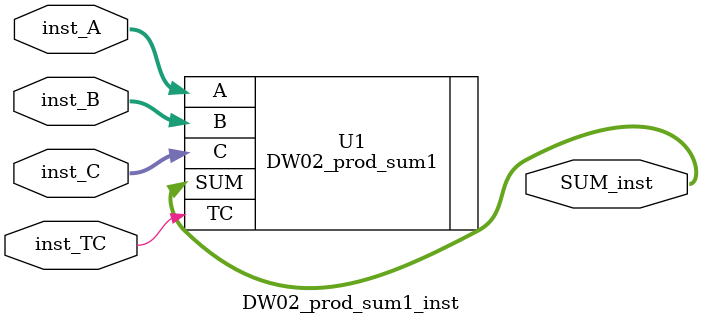
<source format=v>
module DW02_prod_sum1_inst( inst_A, inst_B, inst_C, inst_TC, SUM_inst );

  parameter A_width = 5;
  parameter B_width = 5;
  parameter SUM_width = 11;

  input [A_width-1 : 0] inst_A;
  input [B_width-1 : 0] inst_B;
  input [SUM_width-1 : 0] inst_C;
  input inst_TC;
  output [SUM_width-1 : 0] SUM_inst;

  // Instance of DW02_prod_sum1
  DW02_prod_sum1 #(A_width, B_width, SUM_width)
    U1 ( .A(inst_A), .B(inst_B), .C(inst_C), .TC(inst_TC), .SUM(SUM_inst) );

endmodule


</source>
